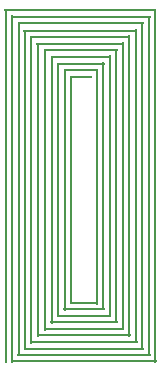
<source format=gtp>
G04 ---------------------------- Layer name :TOP PASTER LAYER*
G04 easyEDA 0.1*
G04 Scale: 100 percent, Rotated: No, Reflected: No *
G04 Dimensions in inches *
G04 leading zeros omitted , absolute positions ,2 integer and 4 * 
%FSLAX24Y24*%
%MOIN*%
G90*
G70D02*

%ADD12R,0.011417X1.181100*%
%ADD13R,0.510629X0.011417*%
%ADD14R,0.488975X0.011417*%
%ADD15R,0.011417X1.159840*%
%ADD16R,0.468109X0.011417*%
%ADD17R,0.011417X1.138187*%
%ADD18R,0.446062X0.011417*%
%ADD19R,0.011417X1.116140*%
%ADD20R,0.424410X0.011417*%
%ADD21R,0.011417X1.094486*%
%ADD22R,0.402755X0.011417*%
%ADD23R,0.011417X1.070864*%
%ADD24R,0.380710X0.011417*%
%ADD25R,0.011417X1.049604*%
%ADD26R,0.359450X0.011417*%
%ADD27R,0.011417X1.027951*%
%ADD28R,0.337795X0.011417*%
%ADD29R,0.011417X1.005904*%
%ADD30R,0.316140X0.011417*%
%ADD31R,0.011417X0.983860*%
%ADD32R,0.294488X0.011417*%
%ADD33R,0.011417X0.962990*%
%ADD34R,0.271650X0.011417*%
%ADD35R,0.011417X0.940940*%
%ADD36R,0.249999X0.011417*%
%ADD37R,0.011417X0.917715*%
%ADD38R,0.225984X0.011417*%
%ADD39R,0.011417X0.896061*%
%ADD40R,0.204330X0.011417*%
%ADD41R,0.011417X0.874408*%
%ADD42R,0.182677X0.011417*%
%ADD43R,0.011417X0.851179*%
%ADD44R,0.161420X0.011417*%
%ADD45R,0.011417X0.829526*%
%ADD46R,0.139370X0.011417*%
%ADD47R,0.011417X0.807479*%
%ADD48R,0.118110X0.011417*%
%ADD49R,0.011417X0.785825*%
%ADD50R,0.096063X0.011417*%
%ADD51R,0.011417X0.764172*%
%ADD52R,0.074803X0.011417*%

%LPD*%
G54D12*
G01X517Y8806D03*
G54D13*
G01X3013Y14656D03*
G54D12*
G01X5509Y8806D03*
G54D14*
G01X3120Y2955D03*
G54D15*
G01X734Y8699D03*
G54D16*
G01X3017Y14440D03*
G54D17*
G01X5301Y8806D03*
G54D18*
G01X3128Y3172D03*
G54D19*
G01X954Y8696D03*
G54D20*
G01X3021Y14219D03*
G54D21*
G01X5080Y8802D03*
G54D22*
G01X3123Y3384D03*
G54D23*
G01X1167Y8684D03*
G54D24*
G01X3013Y13983D03*
G54D25*
G01X4860Y8790D03*
G54D26*
G01X3120Y3601D03*
G54D27*
G01X1380Y8684D03*
G54D28*
G01X3013Y13766D03*
G54D29*
G01X4647Y8794D03*
G54D30*
G01X3119Y3821D03*
G54D31*
G01X1596Y8684D03*
G54D32*
G01X3013Y13546D03*
G54D33*
G01X4431Y8786D03*
G54D34*
G01X3127Y4026D03*
G54D35*
G01X1824Y8676D03*
G54D36*
G01X3017Y13325D03*
G54D37*
G01X4210Y8794D03*
G54D38*
G01X3135Y4262D03*
G54D39*
G01X2061Y8684D03*
G54D40*
G01X3025Y13109D03*
G54D41*
G01X3990Y8794D03*
G54D42*
G01X3132Y4479D03*
G54D43*
G01X2277Y8680D03*
G54D44*
G01X3029Y12880D03*
G54D45*
G01X3777Y8786D03*
G54D46*
G01X3135Y4695D03*
G54D47*
G01X2494Y8676D03*
G54D48*
G01X3025Y12656D03*
G54D49*
G01X3557Y8782D03*
G54D50*
G01X3135Y4908D03*
G54D51*
G01X2710Y8672D03*
G54D52*
G01X3025Y12440D03*

M00*
M02*
</source>
